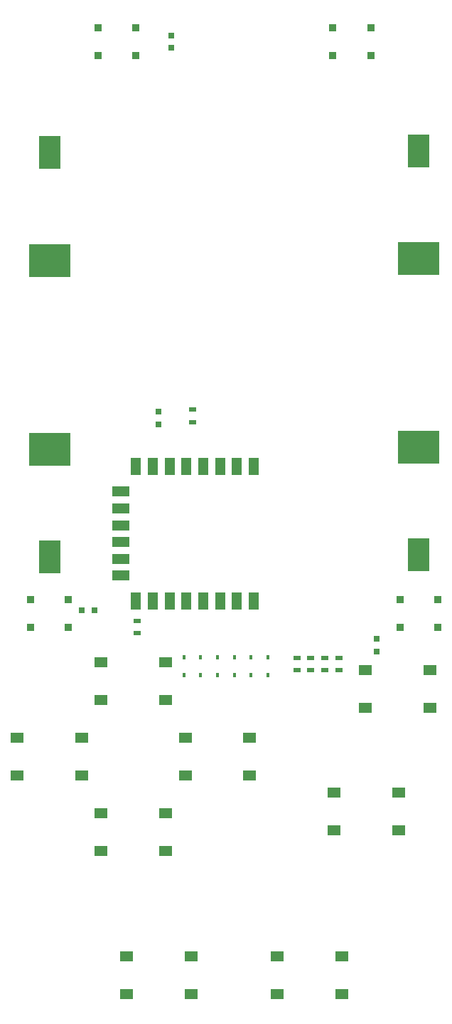
<source format=gtp>
G04 #@! TF.GenerationSoftware,KiCad,Pcbnew,(2017-07-14 revision d3b382c28)-master*
G04 #@! TF.CreationDate,2017-07-21T02:25:01-04:00*
G04 #@! TF.ProjectId,MAGLabs-2017-Swadges,4D41474C6162732D323031372D537761,rev?*
G04 #@! TF.SameCoordinates,Original
G04 #@! TF.FileFunction,Paste,Top*
G04 #@! TF.FilePolarity,Positive*
%FSLAX46Y46*%
G04 Gerber Fmt 4.6, Leading zero omitted, Abs format (unit mm)*
G04 Created by KiCad (PCBNEW (2017-07-14 revision d3b382c28)-master) date Fri Jul 21 02:25:01 2017*
%MOMM*%
%LPD*%
G01*
G04 APERTURE LIST*
%ADD10R,0.900000X0.900000*%
%ADD11R,1.200000X2.000000*%
%ADD12R,2.000000X1.200000*%
%ADD13R,1.550000X1.300000*%
%ADD14R,0.900000X0.500000*%
%ADD15R,2.500000X4.000000*%
%ADD16R,5.000000X4.000000*%
%ADD17R,0.750000X0.800000*%
%ADD18R,0.800000X0.750000*%
%ADD19R,0.450000X0.600000*%
G04 APERTURE END LIST*
D10*
X116250000Y-107650000D03*
X111750000Y-107650000D03*
X116250000Y-104350000D03*
X111750000Y-104350000D03*
D11*
X138300000Y-104500000D03*
X136300000Y-104500000D03*
X134300000Y-104500000D03*
X132300000Y-104500000D03*
X130300000Y-104500000D03*
X128300000Y-104500000D03*
X126300000Y-104500000D03*
X124300000Y-104500000D03*
X138300000Y-88500000D03*
X136300000Y-88500000D03*
X134300000Y-88500000D03*
X132300000Y-88500000D03*
X130300000Y-88500000D03*
X128300000Y-88500000D03*
X126300000Y-88500000D03*
X124300000Y-88500000D03*
D12*
X122500000Y-91500000D03*
X122500000Y-93500000D03*
X122500000Y-95500000D03*
X122500000Y-101500000D03*
X122500000Y-99500000D03*
X122500000Y-97500000D03*
D13*
X147900000Y-127250000D03*
X155600000Y-127250000D03*
X155600000Y-131750000D03*
X147900000Y-131750000D03*
X151650000Y-112750000D03*
X159350000Y-112750000D03*
X159350000Y-117250000D03*
X151650000Y-117250000D03*
X141150000Y-146750000D03*
X148850000Y-146750000D03*
X148850000Y-151250000D03*
X141150000Y-151250000D03*
X123150000Y-146750000D03*
X130850000Y-146750000D03*
X130850000Y-151250000D03*
X123150000Y-151250000D03*
X130150000Y-120750000D03*
X137850000Y-120750000D03*
X137850000Y-125250000D03*
X130150000Y-125250000D03*
X120150000Y-129750000D03*
X127850000Y-129750000D03*
X127850000Y-134250000D03*
X120150000Y-134250000D03*
X110150000Y-120750000D03*
X117850000Y-120750000D03*
X117850000Y-125250000D03*
X110150000Y-125250000D03*
X120150000Y-111750000D03*
X127850000Y-111750000D03*
X127850000Y-116250000D03*
X120150000Y-116250000D03*
D14*
X146750000Y-111250000D03*
X146750000Y-112750000D03*
X145100000Y-112750000D03*
X145100000Y-111250000D03*
X143450000Y-112750000D03*
X143450000Y-111250000D03*
D15*
X158000000Y-99035000D03*
D16*
X158000000Y-86225000D03*
X158000000Y-63775000D03*
D15*
X158000000Y-50965000D03*
X114000000Y-51190000D03*
D16*
X114000000Y-64000000D03*
X114000000Y-86450000D03*
D15*
X114000000Y-99260000D03*
D17*
X127000000Y-83500000D03*
X127000000Y-82000000D03*
D18*
X119350000Y-105600000D03*
X117850000Y-105600000D03*
D17*
X128500000Y-37250000D03*
X128500000Y-38750000D03*
X153000000Y-109000000D03*
X153000000Y-110500000D03*
D19*
X130000000Y-113300000D03*
X130000000Y-111200000D03*
X132000000Y-113300000D03*
X132000000Y-111200000D03*
X134000000Y-113300000D03*
X134000000Y-111200000D03*
D10*
X155750000Y-104350000D03*
X160250000Y-104350000D03*
X155750000Y-107650000D03*
X160250000Y-107650000D03*
X147750000Y-36350000D03*
X152250000Y-36350000D03*
X147750000Y-39650000D03*
X152250000Y-39650000D03*
X124250000Y-39650000D03*
X119750000Y-39650000D03*
X124250000Y-36350000D03*
X119750000Y-36350000D03*
D19*
X136000000Y-113300000D03*
X136000000Y-111200000D03*
X138000000Y-111200000D03*
X138000000Y-113300000D03*
X140000000Y-111200000D03*
X140000000Y-113300000D03*
D14*
X131000000Y-83250000D03*
X131000000Y-81750000D03*
X124400000Y-108350000D03*
X124400000Y-106850000D03*
X148450000Y-111250000D03*
X148450000Y-112750000D03*
M02*

</source>
